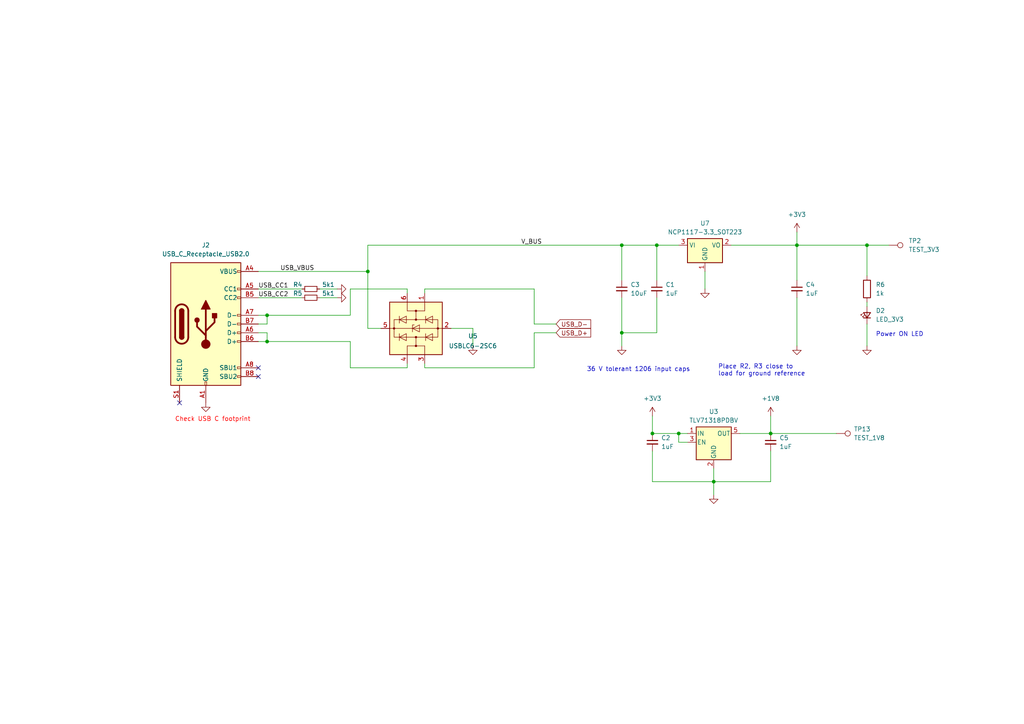
<source format=kicad_sch>
(kicad_sch (version 20250114) (generator "eeschema") (generator_version "9.0")
  (paper "A4")
  (lib_symbols
    (symbol "Connector:TestPoint" (pin_numbers (hide yes)) (pin_names (offset 0.762) (hide yes))
      (property "Reference" "TP" (at 0 6.858 0))
      (property "Value" "TestPoint" (at 0 5.08 0))
      (symbol "TestPoint_0_1"
        (circle (center 0 3.302) (radius 0.762))
      )
      (symbol "TestPoint_1_1"
        (pin passive line (at 0 0 90) (length 2.54) (name "1") (number "1"))
      )
    )
    (symbol "Connector:USB_C_Receptacle_USB2.0" (pin_names (offset 1.016))
      (property "Reference" "J" (at -10.16 19.05 0))
      (property "Value" "USB_C_Receptacle_USB2.0" (at 19.05 19.05 0))
      (symbol "USB_C_Receptacle_USB2.0_0_0"
        (rectangle (start -0.254 -17.78) (end 0.254 -16.764))
        (rectangle (start 10.16 15.494) (end 9.144 14.986))
        (rectangle (start 10.16 10.414) (end 9.144 9.906))
        (rectangle (start 10.16 7.874) (end 9.144 7.366))
        (rectangle (start 10.16 2.794) (end 9.144 2.286))
        (rectangle (start 10.16 0.254) (end 9.144 -0.254))
        (rectangle (start 10.16 -2.286) (end 9.144 -2.794))
        (rectangle (start 10.16 -4.826) (end 9.144 -5.334))
        (rectangle (start 10.16 -12.446) (end 9.144 -12.954))
        (rectangle (start 10.16 -14.986) (end 9.144 -15.494))
      )
      (symbol "USB_C_Receptacle_USB2.0_0_1"
        (rectangle (start -10.16 17.78) (end 10.16 -17.78) (stroke (width 0.254)) (fill (type background)))
        (polyline (pts (xy -8.89 -3.81) (xy -8.89 3.81)) (stroke (width 0.508)))
        (rectangle (start -7.62 -3.81) (end -6.35 3.81) (stroke (width 0.254)) (fill (type outline)))
        (arc (start -7.62 3.81) (mid -6.985 4.4423) (end -6.35 3.81) (stroke (width 0.254)))
        (arc (start -7.62 3.81) (mid -6.985 4.4423) (end -6.35 3.81) (stroke (width 0.254)) (fill (type outline)))
        (arc (start -8.89 3.81) (mid -6.985 5.7067) (end -5.08 3.81) (stroke (width 0.508)))
        (arc (start -5.08 -3.81) (mid -6.985 -5.7067) (end -8.89 -3.81) (stroke (width 0.508)))
        (arc (start -6.35 -3.81) (mid -6.985 -4.4423) (end -7.62 -3.81) (stroke (width 0.254)))
        (arc (start -6.35 -3.81) (mid -6.985 -4.4423) (end -7.62 -3.81) (stroke (width 0.254)) (fill (type outline)))
        (polyline (pts (xy -5.08 3.81) (xy -5.08 -3.81)) (stroke (width 0.508)))
        (circle (center -2.54 1.143) (radius 0.635) (stroke (width 0.254)) (fill (type outline)))
        (polyline (pts (xy -1.27 4.318) (xy 0 6.858) (xy 1.27 4.318) (xy -1.27 4.318)) (stroke (width 0.254)) (fill (type outline)))
        (polyline (pts (xy 0 -2.032) (xy 2.54 0.508) (xy 2.54 1.778)) (stroke (width 0.508)))
        (polyline (pts (xy 0 -3.302) (xy -2.54 -0.762) (xy -2.54 0.508)) (stroke (width 0.508)))
        (polyline (pts (xy 0 -5.842) (xy 0 4.318)) (stroke (width 0.508)))
        (circle (center 0 -5.842) (radius 1.27) (fill (type outline)))
        (rectangle (start 1.905 1.778) (end 3.175 3.048) (stroke (width 0.254)) (fill (type outline)))
      )
      (symbol "USB_C_Receptacle_USB2.0_1_1"
        (pin passive line (at -7.62 -22.86 90) (length 5.08) (name "SHIELD") (number "S1"))
        (pin passive line (at 0 -22.86 90) (length 5.08) (name "GND") (number "A1"))
        (pin passive line (at 0 -22.86 90) (length 5.08) (hide yes) (name "GND") (number "A12"))
        (pin passive line (at 0 -22.86 90) (length 5.08) (hide yes) (name "GND") (number "B1"))
        (pin passive line (at 0 -22.86 90) (length 5.08) (hide yes) (name "GND") (number "B12"))
        (pin passive line (at 15.24 15.24 180) (length 5.08) (name "VBUS") (number "A4"))
        (pin passive line (at 15.24 15.24 180) (length 5.08) (hide yes) (name "VBUS") (number "A9"))
        (pin passive line (at 15.24 15.24 180) (length 5.08) (hide yes) (name "VBUS") (number "B4"))
        (pin passive line (at 15.24 15.24 180) (length 5.08) (hide yes) (name "VBUS") (number "B9"))
        (pin bidirectional line (at 15.24 10.16 180) (length 5.08) (name "CC1") (number "A5"))
        (pin bidirectional line (at 15.24 7.62 180) (length 5.08) (name "CC2") (number "B5"))
        (pin bidirectional line (at 15.24 2.54 180) (length 5.08) (name "D-") (number "A7"))
        (pin bidirectional line (at 15.24 0 180) (length 5.08) (name "D-") (number "B7"))
        (pin bidirectional line (at 15.24 -2.54 180) (length 5.08) (name "D+") (number "A6"))
        (pin bidirectional line (at 15.24 -5.08 180) (length 5.08) (name "D+") (number "B6"))
        (pin bidirectional line (at 15.24 -12.7 180) (length 5.08) (name "SBU1") (number "A8"))
        (pin bidirectional line (at 15.24 -15.24 180) (length 5.08) (name "SBU2") (number "B8"))
      )
    )
    (symbol "Device:C_Small" (pin_numbers (hide yes)) (pin_names (offset 0.254) (hide yes))
      (property "Reference" "C" (at 0.254 1.778 0))
      (property "Value" "C_Small" (at 0.254 -2.032 0))
      (symbol "C_Small_0_1"
        (polyline (pts (xy -1.524 0.508) (xy 1.524 0.508)) (stroke (width 0.3048)))
        (polyline (pts (xy -1.524 -0.508) (xy 1.524 -0.508)) (stroke (width 0.3302)))
      )
      (symbol "C_Small_1_1"
        (pin passive line (at 0 2.54 270) (length 2.032) (name "~") (number "1"))
        (pin passive line (at 0 -2.54 90) (length 2.032) (name "~") (number "2"))
      )
    )
    (symbol "Device:LED_Small" (pin_numbers (hide yes)) (pin_names (offset 0.254) (hide yes))
      (property "Reference" "D" (at -1.27 3.175 0))
      (property "Value" "LED_Small" (at -4.445 -2.54 0))
      (symbol "LED_Small_0_1"
        (polyline (pts (xy -0.762 -1.016) (xy -0.762 1.016)) (stroke (width 0.254)))
        (polyline (pts (xy 0 0.762) (xy -0.508 1.27) (xy -0.254 1.27) (xy -0.508 1.27) (xy -0.508 1.016)))
        (polyline (pts (xy 0.508 1.27) (xy 0 1.778) (xy 0.254 1.778) (xy 0 1.778) (xy 0 1.524)))
        (polyline (pts (xy 0.762 -1.016) (xy -0.762 0) (xy 0.762 1.016) (xy 0.762 -1.016)) (stroke (width 0.254)))
        (polyline (pts (xy 1.016 0) (xy -0.762 0)))
      )
      (symbol "LED_Small_1_1"
        (pin passive line (at -2.54 0 0) (length 1.778) (name "K") (number "1"))
        (pin passive line (at 2.54 0 180) (length 1.778) (name "A") (number "2"))
      )
    )
    (symbol "Device:R" (pin_numbers (hide yes)) (pin_names (offset 0))
      (property "Reference" "R" (at 2.032 0 90))
      (property "Value" "R" (at 0 0 90))
      (symbol "R_0_1"
        (rectangle (start -1.016 -2.54) (end 1.016 2.54) (stroke (width 0.254)))
      )
      (symbol "R_1_1"
        (pin passive line (at 0 3.81 270) (length 1.27) (name "~") (number "1"))
        (pin passive line (at 0 -3.81 90) (length 1.27) (name "~") (number "2"))
      )
    )
    (symbol "Device:R_Small" (pin_numbers (hide yes)) (pin_names (offset 0.254) (hide yes))
      (property "Reference" "R" (at 0.762 0.508 0))
      (property "Value" "R_Small" (at 0.762 -1.016 0))
      (symbol "R_Small_0_1"
        (rectangle (start -0.762 1.778) (end 0.762 -1.778) (stroke (width 0.2032)))
      )
      (symbol "R_Small_1_1"
        (pin passive line (at 0 2.54 270) (length 0.762) (name "~") (number "1"))
        (pin passive line (at 0 -2.54 90) (length 0.762) (name "~") (number "2"))
      )
    )
    (symbol "Power_Protection:USBLC6-2SC6" (pin_names (hide yes))
      (property "Reference" "U" (at 2.54 8.89 0))
      (property "Value" "USBLC6-2SC6" (at 2.54 -8.89 0))
      (symbol "USBLC6-2SC6_0_1"
        (rectangle (start -7.62 -7.62) (end 7.62 7.62) (stroke (width 0.254)) (fill (type background)))
        (polyline (pts (xy -5.08 2.54) (xy -7.62 2.54)))
        (circle (center -5.08 0) (radius 0.254) (fill (type outline)))
        (polyline (pts (xy -5.08 0) (xy -5.08 -2.54)))
        (polyline (pts (xy -5.08 -2.54) (xy -7.62 -2.54)))
        (polyline (pts (xy -3.556 2.794) (xy -1.524 2.794) (xy -2.54 4.826) (xy -3.556 2.794)))
        (polyline (pts (xy -3.556 -4.826) (xy -1.524 -4.826) (xy -2.54 -2.794) (xy -3.556 -4.826)))
        (rectangle (start -2.54 6.35) (end 2.54 -6.35))
        (circle (center -2.54 0) (radius 0.254) (fill (type outline)))
        (polyline (pts (xy -2.54 0) (xy -5.08 0) (xy -5.08 2.54)))
        (polyline (pts (xy -1.524 4.826) (xy -3.556 4.826)))
        (polyline (pts (xy -1.524 -2.794) (xy -3.556 -2.794)))
        (polyline (pts (xy -1.016 -1.016) (xy 1.016 -1.016) (xy 0 1.016) (xy -1.016 -1.016)))
        (circle (center 0 6.35) (radius 0.254) (fill (type outline)))
        (polyline (pts (xy 0 6.35) (xy 0 7.62)))
        (polyline (pts (xy 0 1.27) (xy 0 6.35)))
        (polyline (pts (xy 0 -6.35) (xy 0 1.27)))
        (circle (center 0 -6.35) (radius 0.254) (fill (type outline)))
        (polyline (pts (xy 0 -7.62) (xy 0 -6.35)))
        (polyline (pts (xy 1.016 1.016) (xy 0.762 1.016) (xy -1.016 1.016) (xy -1.016 0.508)))
        (polyline (pts (xy 1.524 4.826) (xy 3.556 4.826)))
        (polyline (pts (xy 1.524 -2.794) (xy 3.556 -2.794)))
        (polyline (pts (xy 2.54 0) (xy 5.08 0) (xy 5.08 2.54)))
        (circle (center 2.54 0) (radius 0.254) (fill (type outline)))
        (polyline (pts (xy 3.556 2.794) (xy 1.524 2.794) (xy 2.54 4.826) (xy 3.556 2.794)))
        (polyline (pts (xy 3.556 -4.826) (xy 1.524 -4.826) (xy 2.54 -2.794) (xy 3.556 -4.826)))
        (polyline (pts (xy 5.08 2.54) (xy 7.62 2.54)))
        (polyline (pts (xy 5.08 0) (xy 5.08 -2.54)))
        (circle (center 5.08 0) (radius 0.254) (fill (type outline)))
        (polyline (pts (xy 5.08 -2.54) (xy 7.62 -2.54)))
      )
      (symbol "USBLC6-2SC6_1_1"
        (pin passive line (at -10.16 2.54 0) (length 2.54) (name "I/O1") (number "6"))
        (pin passive line (at -10.16 -2.54 0) (length 2.54) (name "I/O1") (number "1"))
        (pin passive line (at 0 10.16 270) (length 2.54) (name "VBUS") (number "5"))
        (pin passive line (at 0 -10.16 90) (length 2.54) (name "GND") (number "2"))
        (pin passive line (at 10.16 2.54 180) (length 2.54) (name "I/O2") (number "4"))
        (pin passive line (at 10.16 -2.54 180) (length 2.54) (name "I/O2") (number "3"))
      )
    )
    (symbol "Regulator_Linear:NCP1117-3.3_SOT223"
      (property "Reference" "U" (at -3.81 3.175 0))
      (property "Value" "NCP1117-3.3_SOT223" (at 0 3.175 0))
      (symbol "NCP1117-3.3_SOT223_0_1"
        (rectangle (start -5.08 -5.08) (end 5.08 1.905) (stroke (width 0.254)) (fill (type background)))
      )
      (symbol "NCP1117-3.3_SOT223_1_1"
        (pin power_in line (at -7.62 0 0) (length 2.54) (name "VI") (number "3"))
        (pin power_in line (at 0 -7.62 90) (length 2.54) (name "GND") (number "1"))
        (pin power_out line (at 7.62 0 180) (length 2.54) (name "VO") (number "2"))
      )
    )
    (symbol "Regulator_Linear:TLV71318PDBV" (pin_names (offset 0.254))
      (property "Reference" "U" (at -3.81 5.715 0))
      (property "Value" "TLV71318PDBV" (at 0 5.715 0))
      (symbol "TLV71318PDBV_0_1"
        (rectangle (start -5.08 4.445) (end 5.08 -5.08) (stroke (width 0.254)) (fill (type background)))
      )
      (symbol "TLV71318PDBV_1_1"
        (pin power_in line (at -7.62 2.54 0) (length 2.54) (name "IN") (number "1"))
        (pin input line (at -7.62 0 0) (length 2.54) (name "EN") (number "3"))
        (pin power_in line (at 0 -7.62 90) (length 2.54) (name "GND") (number "2"))
        (pin no_connect line (at 5.08 0 180) (length 2.54) (hide yes) (name "NC") (number "4"))
        (pin power_out line (at 7.62 2.54 180) (length 2.54) (name "OUT") (number "5"))
      )
    )
    (symbol "power:+1V8" (power) (pin_numbers (hide yes)) (pin_names (offset 0) (hide yes))
      (property "Value" "+1V8" (at 0 3.556 0))
      (symbol "+1V8_0_1"
        (polyline (pts (xy -0.762 1.27) (xy 0 2.54)))
        (polyline (pts (xy 0 2.54) (xy 0.762 1.27)))
        (polyline (pts (xy 0 0) (xy 0 2.54)))
      )
      (symbol "+1V8_1_1"
        (pin power_in line (at 0 0 90) (length 0) (hide yes) (name "+1V8") (number "1"))
      )
    )
    (symbol "power:+3V3" (power) (pin_numbers (hide yes)) (pin_names (offset 0) (hide yes))
      (property "Value" "+3V3" (at 0 3.556 0))
      (symbol "+3V3_0_1"
        (polyline (pts (xy -0.762 1.27) (xy 0 2.54)))
        (polyline (pts (xy 0 2.54) (xy 0.762 1.27)))
        (polyline (pts (xy 0 0) (xy 0 2.54)))
      )
      (symbol "+3V3_1_1"
        (pin power_in line (at 0 0 90) (length 0) (hide yes) (name "+3V3") (number "1"))
      )
    )
    (symbol "power:GND" (power) (pin_numbers (hide yes)) (pin_names (offset 0) (hide yes))
      (property "Value" "GND" (at 0 -3.81 0))
      (symbol "GND_0_1"
        (polyline (pts (xy 0 0) (xy 0 -1.27) (xy 1.27 -1.27) (xy 0 -2.54) (xy -1.27 -1.27) (xy 0 -1.27)))
      )
      (symbol "GND_1_1"
        (pin power_in line (at 0 0 270) (length 0) (hide yes) (name "GND") (number "1"))
      )
    )
  )
  (text "Power ON LED\n" (at 254 97.79 0) (effects (font (size 1.27 1.27)) (justify left bottom)))
  (text "Place R2, R3 close to \nload for ground reference\n" (at 208.28 109.22 0) (effects (font (size 1.27 1.27)) (justify left bottom)))
  (text "Check USB C footprint\n" (at 61.722 121.666 0) (effects (font (size 1.27 1.27))))
  (text "36 V tolerant 1206 input caps\n" (at 170.18 107.95 0) (effects (font (size 1.27 1.27)) (justify left bottom)))
  (junction (at 180.34 71.12))
  (junction (at 223.52 125.73))
  (junction (at 231.14 71.12))
  (junction (at 180.34 96.52))
  (junction (at 77.47 99.06))
  (junction (at 189.23 125.73))
  (junction (at 77.47 91.44))
  (junction (at 106.68 78.74))
  (junction (at 196.85 125.73))
  (junction (at 251.46 71.12))
  (junction (at 190.5 71.12))
  (junction (at 207.01 139.7))
  (no_connect (at 52.07 116.84))
  (no_connect (at 74.93 106.68))
  (no_connect (at 74.93 109.22))
  (wire (pts (xy 137.16 100.33) (xy 137.16 95.25)))
  (wire (pts (xy 207.01 139.7) (xy 207.01 135.89)))
  (wire (pts (xy 231.14 71.12) (xy 231.14 81.28)))
  (wire (pts (xy 123.19 106.68) (xy 154.94 106.68)))
  (wire (pts (xy 189.23 139.7) (xy 207.01 139.7)))
  (wire (pts (xy 74.93 96.52) (xy 77.47 96.52)))
  (wire (pts (xy 204.47 78.74) (xy 204.47 83.82)))
  (wire (pts (xy 180.34 96.52) (xy 180.34 100.33)))
  (wire (pts (xy 154.94 106.68) (xy 154.94 96.52)))
  (wire (pts (xy 154.94 83.82) (xy 154.94 93.98)))
  (wire (pts (xy 77.47 99.06) (xy 74.93 99.06)))
  (wire (pts (xy 180.34 96.52) (xy 190.5 96.52)))
  (wire (pts (xy 101.6 91.44) (xy 101.6 83.82)))
  (wire (pts (xy 190.5 71.12) (xy 196.85 71.12)))
  (wire (pts (xy 106.68 71.12) (xy 180.34 71.12)))
  (wire (pts (xy 189.23 130.81) (xy 189.23 139.7)))
  (wire (pts (xy 123.19 105.41) (xy 123.19 106.68)))
  (wire (pts (xy 92.71 86.36) (xy 97.79 86.36)))
  (wire (pts (xy 180.34 86.36) (xy 180.34 96.52)))
  (wire (pts (xy 196.85 128.27) (xy 196.85 125.73)))
  (wire (pts (xy 212.09 71.12) (xy 231.14 71.12)))
  (wire (pts (xy 190.5 96.52) (xy 190.5 86.36)))
  (wire (pts (xy 223.52 120.65) (xy 223.52 125.73)))
  (wire (pts (xy 251.46 71.12) (xy 231.14 71.12)))
  (wire (pts (xy 196.85 125.73) (xy 199.39 125.73)))
  (wire (pts (xy 251.46 87.63) (xy 251.46 88.9)))
  (wire (pts (xy 123.19 83.82) (xy 154.94 83.82)))
  (wire (pts (xy 251.46 80.01) (xy 251.46 71.12)))
  (wire (pts (xy 118.11 83.82) (xy 118.11 85.09)))
  (wire (pts (xy 74.93 91.44) (xy 77.47 91.44)))
  (wire (pts (xy 77.47 91.44) (xy 101.6 91.44)))
  (wire (pts (xy 101.6 106.68) (xy 101.6 99.06)))
  (wire (pts (xy 189.23 125.73) (xy 196.85 125.73)))
  (wire (pts (xy 74.93 83.82) (xy 87.63 83.82)))
  (wire (pts (xy 154.94 96.52) (xy 161.29 96.52)))
  (wire (pts (xy 214.63 125.73) (xy 223.52 125.73)))
  (wire (pts (xy 101.6 99.06) (xy 77.47 99.06)))
  (wire (pts (xy 231.14 67.31) (xy 231.14 71.12)))
  (wire (pts (xy 199.39 128.27) (xy 196.85 128.27)))
  (wire (pts (xy 223.52 139.7) (xy 223.52 130.81)))
  (wire (pts (xy 77.47 96.52) (xy 77.47 99.06)))
  (wire (pts (xy 180.34 71.12) (xy 180.34 81.28)))
  (wire (pts (xy 223.52 125.73) (xy 242.57 125.73)))
  (wire (pts (xy 92.71 83.82) (xy 97.79 83.82)))
  (wire (pts (xy 251.46 93.98) (xy 251.46 100.33)))
  (wire (pts (xy 189.23 120.65) (xy 189.23 125.73)))
  (wire (pts (xy 106.68 71.12) (xy 106.68 78.74)))
  (wire (pts (xy 74.93 86.36) (xy 87.63 86.36)))
  (wire (pts (xy 106.68 95.25) (xy 110.49 95.25)))
  (wire (pts (xy 74.93 93.98) (xy 77.47 93.98)))
  (wire (pts (xy 106.68 78.74) (xy 106.68 95.25)))
  (wire (pts (xy 207.01 139.7) (xy 207.01 143.51)))
  (wire (pts (xy 118.11 105.41) (xy 118.11 106.68)))
  (wire (pts (xy 137.16 95.25) (xy 130.81 95.25)))
  (wire (pts (xy 207.01 139.7) (xy 223.52 139.7)))
  (wire (pts (xy 154.94 93.98) (xy 161.29 93.98)))
  (wire (pts (xy 118.11 106.68) (xy 101.6 106.68)))
  (wire (pts (xy 180.34 71.12) (xy 190.5 71.12)))
  (wire (pts (xy 231.14 86.36) (xy 231.14 100.33)))
  (wire (pts (xy 77.47 93.98) (xy 77.47 91.44)))
  (wire (pts (xy 74.93 78.74) (xy 106.68 78.74)))
  (wire (pts (xy 190.5 81.28) (xy 190.5 71.12)))
  (wire (pts (xy 123.19 85.09) (xy 123.19 83.82)))
  (wire (pts (xy 251.46 71.12) (xy 257.81 71.12)))
  (wire (pts (xy 101.6 83.82) (xy 118.11 83.82)))
  (label "USB_CC2" (at 74.93 86.36 0))
  (label "V_BUS" (at 151.13 71.12 0))
  (label "USB_CC1" (at 74.93 83.82 0))
  (label "USB_VBUS" (at 81.28 78.74 0))
  (global_label "USB_D-" (shape input) (at 161.29 93.98 0) (property "Intersheetrefs" "${INTERSHEET_REFS}" (effects (hide yes))))
  (global_label "USB_D+" (shape input) (at 161.29 96.52 0) (property "Intersheetrefs" "${INTERSHEET_REFS}" (effects (hide yes))))
  (symbol (lib_id "power:GND") (at 97.79 83.82 90) (unit 1)
    (property "Reference" "#PWR029" (effects (hide yes)))
    (property "Value" "GND" (effects (hide yes)))
  )
  (symbol (lib_id "power:GND") (at 231.14 100.33 0) (unit 1)
    (property "Reference" "#PWR02" (effects (hide yes)))
    (property "Value" "GND" (effects (hide yes)))
  )
  (symbol (lib_id "Device:C_Small") (at 223.52 128.27 0) (unit 1)
    (property "Reference" "C5" (at 226.06 127.0063 0) (effects (justify left)))
    (property "Value" "1uF" (at 226.06 129.5463 0) (effects (justify left)))
    (property "Footprint" "Capacitor_SMD:C_0603_1608Metric" (effects (hide yes)))
    (property "Supplier Part Number" "C1849" (effects (hide yes)))
  )
  (symbol (lib_id "Connector:TestPoint") (at 242.57 125.73 270) (unit 1)
    (property "Reference" "TP13" (at 247.65 124.4599 90) (effects (justify left)))
    (property "Value" "TEST_1V8" (at 247.65 126.9999 90) (effects (justify left)))
    (property "Footprint" "TestPoint:TestPoint_Pad_D1.0mm" (effects (hide yes)))
  )
  (symbol (lib_id "Regulator_Linear:TLV71318PDBV") (at 207.01 128.27 0) (unit 1)
    (property "Reference" "U3" (at 207.01 119.38 0))
    (property "Value" "TLV71318PDBV" (at 207.01 121.92 0))
    (property "Footprint" "Package_TO_SOT_SMD:SOT-23-5" (effects (hide yes)))
    (property "Datasheet" "http://www.ti.com/lit/ds/symlink/tlv713p.pdf" (effects (hide yes)))
    (property "Supplier Part Number" "C2869099" (effects (hide yes)))
  )
  (symbol (lib_id "Device:R_Small") (at 90.17 86.36 270) (unit 1)
    (property "Reference" "R5" (at 86.36 85.09 90))
    (property "Value" "5k1" (at 95.25 85.09 90))
    (property "Footprint" "Resistor_SMD:R_0402_1005Metric" (effects (hide yes)))
  )
  (symbol (lib_id "power:GND") (at 204.47 83.82 0) (unit 1)
    (property "Reference" "#PWR03" (effects (hide yes)))
    (property "Value" "GND" (effects (hide yes)))
  )
  (symbol (lib_id "power:GND") (at 97.79 86.36 90) (unit 1)
    (property "Reference" "#PWR030" (effects (hide yes)))
    (property "Value" "GND" (effects (hide yes)))
  )
  (symbol (lib_id "Device:C_Small") (at 180.34 83.82 0) (unit 1)
    (property "Reference" "C3" (at 182.88 82.5563 0) (effects (justify left)))
    (property "Value" "10uF" (at 182.88 85.0963 0) (effects (justify left)))
    (property "Footprint" "Capacitor_SMD:C_1206_3216Metric" (effects (hide yes)))
    (property "Supplier Part Number" "C1849" (effects (hide yes)))
  )
  (symbol (lib_id "Device:C_Small") (at 190.5 83.82 0) (unit 1)
    (property "Reference" "C1" (at 193.04 82.5563 0) (effects (justify left)))
    (property "Value" "1uF" (at 193.04 85.0963 0) (effects (justify left)))
    (property "Footprint" "Capacitor_SMD:C_1206_3216Metric" (effects (hide yes)))
    (property "Supplier Part Number" "C1849" (effects (hide yes)))
  )
  (symbol (lib_id "power:GND") (at 137.16 100.33 0) (unit 1)
    (property "Reference" "#PWR028" (effects (hide yes)))
    (property "Value" "GND" (effects (hide yes)))
  )
  (symbol (lib_id "Power_Protection:USBLC6-2SC6") (at 120.65 95.25 90) (mirror x) (unit 1)
    (property "Reference" "U5" (at 137.16 97.4659 90))
    (property "Value" "USBLC6-2SC6" (at 137.16 100.33 90))
    (property "Footprint" "Package_TO_SOT_SMD:SOT-23-6" (effects (hide yes)))
    (property "Datasheet" "https://www.st.com/resource/en/datasheet/usblc6-2.pdf" (effects (hide yes)))
    (property "Supplier Part Number" "C7519" (effects (hide yes)))
  )
  (symbol (lib_id "Device:C_Small") (at 231.14 83.82 0) (unit 1)
    (property "Reference" "C4" (at 233.68 82.5563 0) (effects (justify left)))
    (property "Value" "1uF" (at 233.68 85.0963 0) (effects (justify left)))
    (property "Footprint" "Capacitor_SMD:C_0603_1608Metric" (effects (hide yes)))
    (property "Supplier Part Number" "C1849" (effects (hide yes)))
  )
  (symbol (lib_id "power:GND") (at 251.46 100.33 0) (unit 1)
    (property "Reference" "#PWR05" (effects (hide yes)))
    (property "Value" "GND" (effects (hide yes)))
  )
  (symbol (lib_id "power:GND") (at 207.01 143.51 0) (unit 1)
    (property "Reference" "#PWR026" (effects (hide yes)))
    (property "Value" "GND" (effects (hide yes)))
  )
  (symbol (lib_id "power:+1V8") (at 223.52 120.65 0) (unit 1)
    (property "Reference" "#PWR020" (effects (hide yes)))
    (property "Value" "+1V8" (at 223.52 115.57 0))
  )
  (symbol (lib_id "Connector:USB_C_Receptacle_USB2.0") (at 59.69 93.98 0) (unit 1)
    (property "Reference" "J2" (at 59.69 71.12 0))
    (property "Value" "USB_C_Receptacle_USB2.0" (at 59.69 73.66 0))
    (property "Footprint" "Connector_USB:USB_C_Receptacle_GCT_USB4110" (effects (hide yes)))
    (property "Datasheet" "https://www.usb.org/sites/default/files/documents/usb_type-c.zip" (effects (hide yes)))
  )
  (symbol (lib_id "power:GND") (at 59.69 116.84 0) (unit 1)
    (property "Reference" "#PWR027" (effects (hide yes)))
    (property "Value" "GND" (effects (hide yes)))
  )
  (symbol (lib_id "Device:C_Small") (at 189.23 128.27 0) (unit 1)
    (property "Reference" "C2" (at 191.77 127.0063 0) (effects (justify left)))
    (property "Value" "1uF" (at 191.77 129.5463 0) (effects (justify left)))
    (property "Footprint" "Capacitor_SMD:C_0603_1608Metric" (effects (hide yes)))
    (property "Supplier Part Number" "C1849" (effects (hide yes)))
  )
  (symbol (lib_id "Regulator_Linear:NCP1117-3.3_SOT223") (at 204.47 71.12 0) (unit 1)
    (property "Reference" "U7" (at 204.47 64.77 0))
    (property "Value" "NCP1117-3.3_SOT223" (at 204.47 67.31 0))
    (property "Footprint" "Package_TO_SOT_SMD:SOT-223-3_TabPin2" (effects (hide yes)))
    (property "Datasheet" "http://www.onsemi.com/pub_link/Collateral/NCP1117-D.PDF" (effects (hide yes)))
    (property "Description" "1A Low drop-out regulator, Fixed Output 3.3V, SOT-223" (effects (hide yes)))
    (property "Supplier Part Number" "C26537" (effects (hide yes)))
  )
  (symbol (lib_id "Device:R_Small") (at 90.17 83.82 270) (unit 1)
    (property "Reference" "R4" (at 86.36 82.55 90))
    (property "Value" "5k1" (at 95.25 82.55 90))
    (property "Footprint" "Resistor_SMD:R_0402_1005Metric" (effects (hide yes)))
  )
  (symbol (lib_id "power:+3V3") (at 231.14 67.31 0) (unit 1)
    (property "Reference" "#PWR04" (effects (hide yes)))
    (property "Value" "+3V3" (at 231.14 62.23 0))
  )
  (symbol (lib_id "Device:R") (at 251.46 83.82 0) (unit 1)
    (property "Reference" "R6" (at 254 82.55 0) (effects (justify left)))
    (property "Value" "1k" (at 254 85.09 0) (effects (justify left)))
    (property "Footprint" "Resistor_SMD:R_0402_1005Metric" (effects (hide yes)))
  )
  (symbol (lib_id "Device:LED_Small") (at 251.46 91.44 90) (unit 1)
    (property "Reference" "D2" (at 254 90.1065 90) (effects (justify right)))
    (property "Value" "LED_3V3" (at 254 92.6465 90) (effects (justify right)))
    (property "Footprint" "LED_SMD:LED_0805_2012Metric" (effects (hide yes)))
    (property "Supplier Part Number" "C2297" (effects (hide yes)))
  )
  (symbol (lib_id "power:GND") (at 180.34 100.33 0) (unit 1)
    (property "Reference" "#PWR01" (effects (hide yes)))
    (property "Value" "GND" (effects (hide yes)))
  )
  (symbol (lib_id "Connector:TestPoint") (at 257.81 71.12 270) (unit 1)
    (property "Reference" "TP2" (at 263.525 69.85 90) (effects (justify left)))
    (property "Value" "TEST_3V3" (at 263.525 72.39 90) (effects (justify left)))
    (property "Footprint" "TestPoint:TestPoint_Pad_D1.0mm" (effects (hide yes)))
  )
  (symbol (lib_id "power:+3V3") (at 189.23 120.65 0) (unit 1)
    (property "Reference" "#PWR019" (effects (hide yes)))
    (property "Value" "+3V3" (at 189.23 115.57 0))
  )
)
</source>
